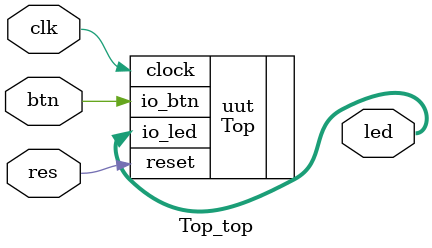
<source format=v>
/* Minimal top level for the Chisel Hello World.
  Wire reset to 0. */

module Top_top(
  input clk, 
  input res,
  input btn,
  output [7:0] led);

  Top uut(
    .clock(clk), 
    .reset(res),
    .io_btn(btn),
    .io_led(led));
endmodule

</source>
